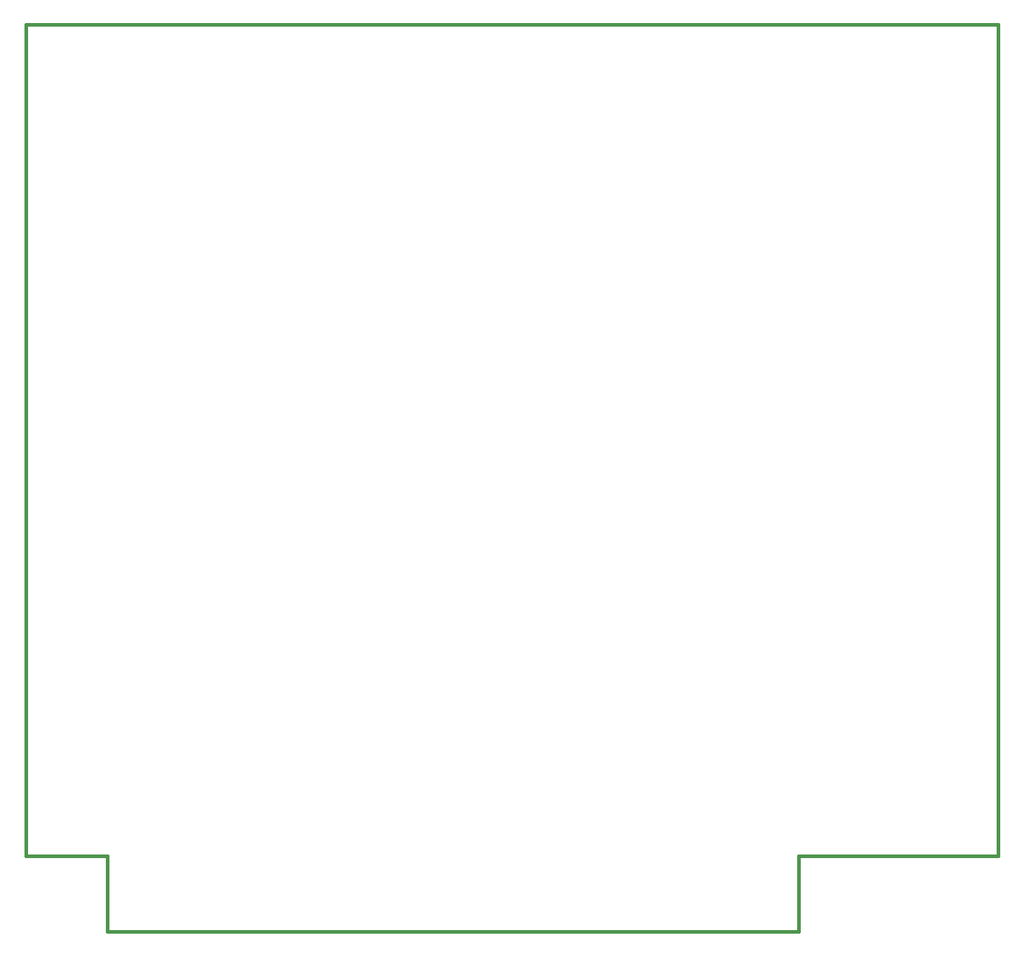
<source format=gm1>
%TF.GenerationSoftware,KiCad,Pcbnew,8.0.4*%
%TF.CreationDate,2024-11-11T08:19:32-05:00*%
%TF.ProjectId,XT-IDE,58542d49-4445-42e6-9b69-6361645f7063,3B*%
%TF.SameCoordinates,Original*%
%TF.FileFunction,Profile,NP*%
%FSLAX46Y46*%
G04 Gerber Fmt 4.6, Leading zero omitted, Abs format (unit mm)*
G04 Created by KiCad (PCBNEW 8.0.4) date 2024-11-11 08:19:32*
%MOMM*%
%LPD*%
G01*
G04 APERTURE LIST*
%TA.AperFunction,Profile*%
%ADD10C,0.381000*%
%TD*%
G04 APERTURE END LIST*
D10*
X86360000Y-140970000D02*
X167640000Y-140970000D01*
X86360000Y-132080000D02*
X86360000Y-140970000D01*
X86360000Y-132080000D02*
X76835000Y-132080000D01*
X167640000Y-140970000D02*
X167640000Y-132080000D01*
X191135000Y-34290000D02*
X76835000Y-34290000D01*
X177800000Y-132080000D02*
X191135000Y-132080000D01*
X191135000Y-132080000D02*
X191135000Y-34290000D01*
X76835000Y-132080000D02*
X76835000Y-34290000D01*
X167640000Y-132080000D02*
X177800000Y-132080000D01*
M02*

</source>
